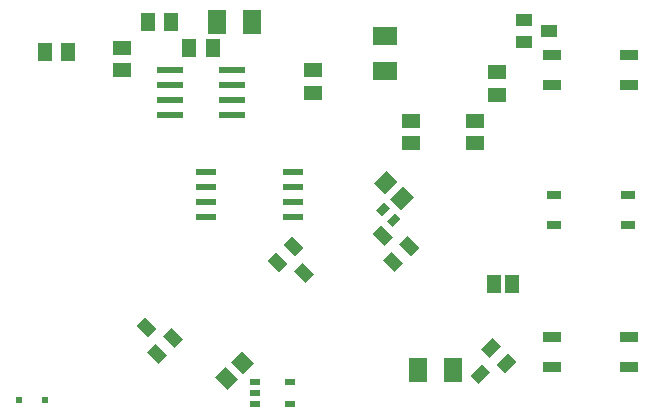
<source format=gbp>
G75*
%MOIN*%
%OFA0B0*%
%FSLAX25Y25*%
%IPPOS*%
%LPD*%
%AMOC8*
5,1,8,0,0,1.08239X$1,22.5*
%
%ADD10R,0.02362X0.02362*%
%ADD11R,0.06299X0.05118*%
%ADD12R,0.08661X0.02362*%
%ADD13R,0.05906X0.07874*%
%ADD14R,0.05118X0.06299*%
%ADD15R,0.05906X0.05118*%
%ADD16R,0.02756X0.03543*%
%ADD17R,0.04600X0.06300*%
%ADD18R,0.07087X0.02362*%
%ADD19R,0.03937X0.05512*%
%ADD20R,0.05118X0.05906*%
%ADD21R,0.06299X0.03543*%
%ADD22R,0.03600X0.02100*%
%ADD23R,0.05512X0.03937*%
%ADD24R,0.07874X0.05906*%
%ADD25R,0.04724X0.03150*%
D10*
X0064599Y0048155D03*
X0073260Y0048155D03*
D11*
X0162680Y0150468D03*
X0162680Y0158342D03*
D12*
X0135416Y0158155D03*
X0135416Y0153155D03*
X0135416Y0148155D03*
X0135416Y0143155D03*
X0114943Y0143155D03*
X0114943Y0148155D03*
X0114943Y0153155D03*
X0114943Y0158155D03*
D13*
X0130524Y0174405D03*
X0142335Y0174405D03*
X0197399Y0058155D03*
X0209210Y0058155D03*
D14*
X0080992Y0164405D03*
X0073118Y0164405D03*
X0107493Y0174405D03*
X0115367Y0174405D03*
X0121243Y0165655D03*
X0129117Y0165655D03*
D15*
X0098930Y0165645D03*
X0098930Y0158165D03*
X0195180Y0141270D03*
X0195180Y0133790D03*
X0216430Y0133790D03*
X0216430Y0141270D03*
X0223930Y0150040D03*
X0223930Y0157520D03*
D16*
G36*
X0186147Y0114066D02*
X0188096Y0112117D01*
X0185593Y0109614D01*
X0183644Y0111563D01*
X0186147Y0114066D01*
G37*
G36*
X0189766Y0110447D02*
X0191715Y0108498D01*
X0189212Y0105995D01*
X0187263Y0107944D01*
X0189766Y0110447D01*
G37*
D17*
X0222805Y0086905D03*
X0228805Y0086905D03*
D18*
X0155997Y0109405D03*
X0155997Y0114405D03*
X0155997Y0119405D03*
X0155997Y0124405D03*
X0126863Y0124405D03*
X0126863Y0119405D03*
X0126863Y0114405D03*
X0126863Y0109405D03*
D19*
G36*
X0154063Y0093641D02*
X0151280Y0090858D01*
X0147383Y0094755D01*
X0150166Y0097538D01*
X0154063Y0093641D01*
G37*
G36*
X0162832Y0090161D02*
X0160049Y0087378D01*
X0156152Y0091275D01*
X0158935Y0094058D01*
X0162832Y0090161D01*
G37*
G36*
X0159352Y0098930D02*
X0156569Y0096147D01*
X0152672Y0100044D01*
X0155455Y0102827D01*
X0159352Y0098930D01*
G37*
G36*
X0182527Y0103649D02*
X0185310Y0106432D01*
X0189207Y0102535D01*
X0186424Y0099752D01*
X0182527Y0103649D01*
G37*
G36*
X0186007Y0094880D02*
X0188790Y0097663D01*
X0192687Y0093766D01*
X0189904Y0090983D01*
X0186007Y0094880D01*
G37*
G36*
X0191297Y0100170D02*
X0194080Y0102953D01*
X0197977Y0099056D01*
X0195194Y0096273D01*
X0191297Y0100170D01*
G37*
G36*
X0221290Y0062397D02*
X0218507Y0065180D01*
X0222404Y0069077D01*
X0225187Y0066294D01*
X0221290Y0062397D01*
G37*
G36*
X0226580Y0057108D02*
X0223797Y0059891D01*
X0227694Y0063788D01*
X0230477Y0061005D01*
X0226580Y0057108D01*
G37*
G36*
X0217810Y0053628D02*
X0215027Y0056411D01*
X0218924Y0060308D01*
X0221707Y0057525D01*
X0217810Y0053628D01*
G37*
G36*
X0112547Y0069545D02*
X0115330Y0072328D01*
X0119227Y0068431D01*
X0116444Y0065648D01*
X0112547Y0069545D01*
G37*
G36*
X0103777Y0073024D02*
X0106560Y0075807D01*
X0110457Y0071910D01*
X0107674Y0069127D01*
X0103777Y0073024D01*
G37*
G36*
X0107257Y0064255D02*
X0110040Y0067038D01*
X0113937Y0063141D01*
X0111154Y0060358D01*
X0107257Y0064255D01*
G37*
D20*
G36*
X0129888Y0055788D02*
X0133507Y0059407D01*
X0137682Y0055232D01*
X0134063Y0051613D01*
X0129888Y0055788D01*
G37*
G36*
X0135177Y0061078D02*
X0138796Y0064697D01*
X0142971Y0060522D01*
X0139352Y0056903D01*
X0135177Y0061078D01*
G37*
G36*
X0191921Y0111613D02*
X0188302Y0115232D01*
X0192477Y0119407D01*
X0196096Y0115788D01*
X0191921Y0111613D01*
G37*
G36*
X0186632Y0116903D02*
X0183013Y0120522D01*
X0187188Y0124697D01*
X0190807Y0121078D01*
X0186632Y0116903D01*
G37*
D21*
X0242384Y0153155D03*
X0242384Y0163155D03*
X0267975Y0163155D03*
X0267975Y0153155D03*
X0267975Y0069405D03*
X0267975Y0059405D03*
X0242384Y0059405D03*
X0242384Y0069405D03*
D22*
X0154730Y0054355D03*
X0154730Y0046955D03*
X0143130Y0046955D03*
X0143130Y0050655D03*
X0143130Y0054355D03*
D23*
X0232724Y0167540D03*
X0232724Y0175020D03*
X0241385Y0171280D03*
D24*
X0186430Y0169686D03*
X0186430Y0157875D03*
D25*
X0242778Y0116593D03*
X0242778Y0106593D03*
X0267581Y0106593D03*
X0267581Y0116593D03*
M02*

</source>
